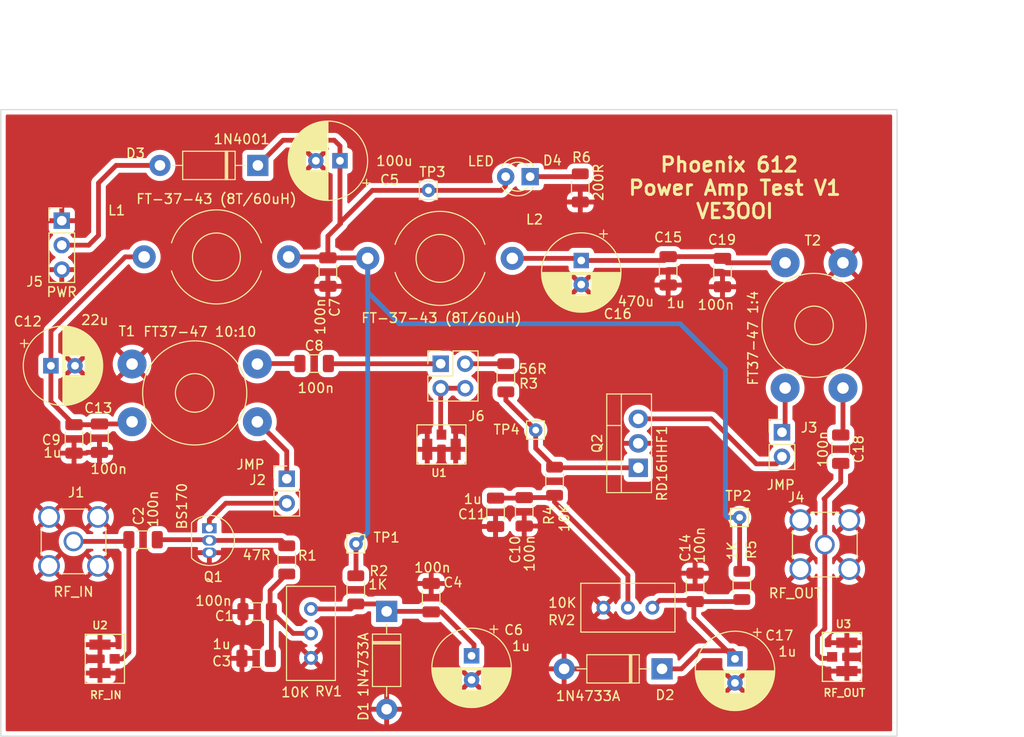
<source format=kicad_pcb>
(kicad_pcb (version 20211014) (generator pcbnew)
  (layers (0 "F.Cu" signal) (31 "B.Cu" signal) (34 "B.Paste" user) (35 "F.Paste" user) (36 "B.SilkS" user "B.Silkscreen") (37 "F.SilkS" user "F.Silkscreen") (38 "B.Mask" user) (39 "F.Mask" user) (44 "Edge.Cuts" user))
  (net 0 "")
  (net 1 "Net-(C1-Pad1)")
  (net 2 "GND")
  (net 3 "Net-(C2-Pad1)")
  (net 4 "Net-(C2-Pad2)")
  (net 5 "Net-(C4-Pad1)")
  (net 6 "TX12V")
  (net 7 "Net-(C8-Pad1)")
  (net 8 "Net-(C8-Pad2)")
  (net 9 "M1_12V")
  (net 10 "Net-(C10-Pad1)")
  (net 11 "Net-(C14-Pad1)")
  (net 12 "M2_12V")
  (net 13 "Net-(C18-Pad1)")
  (net 14 "Net-(C18-Pad2)")
  (net 15 "Net-(D3-Pad2)")
  (net 16 "Net-(J2-Pad1)")
  (net 17 "Net-(J2-Pad2)")
  (net 18 "Net-(J3-Pad1)")
  (net 19 "Net-(J3-Pad2)")
  (net 20 "Net-(Q2-Pad1)")
  (net 21 "Net-(D4-Pad1)")
  (net 22 "Net-(J6-Pad2)")
  (net 23 "Net-(J6-Pad3)")
  (footprint "Resistor_SMD:R_1206_3216Metric" (layer "F.Cu") (at 130.0099 92.6973 -90)
    (fp_text reference "R5" (at -3.7084 -0.9652 90) (layer "F.SilkS"))
    (fp_text value "1K" (at -3.6068 0.9906 90) (layer "F.SilkS"))
    (pad "1" smd roundrect (at -1.4625 0 270) (size 1.125 1.75) (layers "F.Cu" "F.Paste" "F.Mask") (roundrect_rratio 0.2222222222) (net 6 "TX12V"))
    (pad "2" smd roundrect (at 1.4625 0 270) (size 1.125 1.75) (layers "F.Cu" "F.Paste" "F.Mask") (roundrect_rratio 0.2222222222) (net 11 "Net-(C14-Pad1)"))
  )
  (footprint "Connector_Coaxial:SMA_Amphenol_901-144_Vertical" (layer "F.Cu") (at 138.6205 88.4555)
    (fp_text reference "J4" (at -2.9718 -4.9022) (layer "F.SilkS"))
    (fp_text value "RF_OUT" (at -3.0734 5.0546) (layer "F.SilkS"))
    (pad "1" thru_hole circle (at 0 0) (size 2.05 2.05) (drill 1.5) (layers *.Cu *.Mask) (net 14 "Net-(C18-Pad2)"))
    (pad "2" thru_hole circle (at 2.54 -2.54) (size 2.25 2.25) (drill 1.7) (layers *.Cu *.Mask) (net 2 "GND"))
    (pad "2" thru_hole circle (at -2.54 -2.54) (size 2.25 2.25) (drill 1.7) (layers *.Cu *.Mask) (net 2 "GND"))
    (pad "2" thru_hole circle (at 2.54 2.54) (size 2.25 2.25) (drill 1.7) (layers *.Cu *.Mask) (net 2 "GND"))
    (pad "2" thru_hole circle (at -2.54 2.54) (size 2.25 2.25) (drill 1.7) (layers *.Cu *.Mask) (net 2 "GND"))
  )
  (footprint "Capacitor_SMD:C_1206_3216Metric" (layer "F.Cu") (at 87.0585 60.1599 -90)
    (fp_text reference "C7" (at 3.683 -0.7112 90) (layer "F.SilkS"))
    (fp_text value "100n" (at 4.6228 0.7874 90) (layer "F.SilkS"))
    (pad "1" smd roundrect (at -1.475 0 270) (size 1.15 1.8) (layers "F.Cu" "F.Paste" "F.Mask") (roundrect_rratio 0.2173913043) (net 6 "TX12V"))
    (pad "2" smd roundrect (at 1.475 0 270) (size 1.15 1.8) (layers "F.Cu" "F.Paste" "F.Mask") (roundrect_rratio 0.2173913043) (net 2 "GND"))
  )
  (footprint "Inductor_THT:L_Toroid_Horizontal_D9.5mm_P15.00mm_Diameter10-5mm_Amidon-T37" (layer "F.Cu") (at 91.1917 58.7375)
    (fp_text reference "L2" (at 17.3044 -4.0386) (layer "F.SilkS"))
    (fp_text value "FT-37-43 (8T/60uH)" (at 7.6524 6.1976) (layer "F.SilkS"))
    (pad "1" thru_hole circle (at 0 0) (size 2.4 2.4) (drill 1.2) (layers *.Cu *.Mask) (net 6 "TX12V"))
    (pad "2" thru_hole circle (at 15 0) (size 2.4 2.4) (drill 1.2) (layers *.Cu *.Mask) (net 12 "M2_12V"))
  )
  (footprint "Custom_RF:U.FL-R-SMT" (layer "F.Cu") (at 63.4111 100.3173 90)
    (fp_text reference "U2" (at 3.4798 0) (layer "F.SilkS") (effects (font (size 0.787402 0.787402))))
    (fp_text value "RF_IN" (at -3.7592 0.6096) (layer "F.SilkS") (effects (font (size 0.787402 0.787402))))
    (pad "1" smd rect (at 0 1.525 90) (size 1 1.05) (layers "F.Cu" "F.Paste" "F.Mask") (net 3 "Net-(C2-Pad1)"))
    (pad "2" smd rect (at 1.475 0 90) (size 1.05 2.2) (layers "F.Cu" "F.Paste" "F.Mask") (net 2 "GND"))
    (pad "3" smd rect (at -1.475 0 90) (size 1.05 2.2) (layers "F.Cu" "F.Paste" "F.Mask") (net 2 "GND"))
  )
  (footprint "Diode_THT:D_DO-41_SOD81_P10.16mm_Horizontal" (layer "F.Cu") (at 93.1545 95.3897 -90)
    (fp_text reference "D1" (at 10.3886 2.413 90) (layer "F.SilkS"))
    (fp_text value "1N4733A" (at 5.5372 2.413 90) (layer "F.SilkS"))
    (pad "1" thru_hole rect (at 0 0 270) (size 2.2 2.2) (drill 1.1) (layers *.Cu *.Mask) (net 5 "Net-(C4-Pad1)"))
    (pad "2" thru_hole oval (at 10.16 0 270) (size 2.2 2.2) (drill 1.1) (layers *.Cu *.Mask) (net 2 "GND"))
  )
  (footprint "Custom_RF:U.FL-R-SMT" (layer "F.Cu") (at 140.9065 100.1141 -90)
    (fp_text reference "U3" (at -3.4036 0.3556) (layer "F.SilkS") (effects (font (size 0.787402 0.787402))))
    (fp_text value "RF_OUT" (at 3.7338 0.254) (layer "F.SilkS") (effects (font (size 0.787402 0.787402))))
    (pad "1" smd rect (at 0 1.525 270) (size 1 1.05) (layers "F.Cu" "F.Paste" "F.Mask") (net 14 "Net-(C18-Pad2)"))
    (pad "2" smd rect (at 1.475 0 270) (size 1.05 2.2) (layers "F.Cu" "F.Paste" "F.Mask") (net 2 "GND"))
    (pad "3" smd rect (at -1.475 0 270) (size 1.05 2.2) (layers "F.Cu" "F.Paste" "F.Mask") (net 2 "GND"))
  )
  (footprint "Resistor_SMD:R_1206_3216Metric" (layer "F.Cu") (at 82.7913 90.045 90)
    (fp_text reference "R1" (at 0.4465 2.1336) (layer "F.SilkS"))
    (fp_text value "47R" (at 0.4973 -3.1242) (layer "F.SilkS"))
    (pad "1" smd roundrect (at -1.4625 0 90) (size 1.125 1.75) (layers "F.Cu" "F.Paste" "F.Mask") (roundrect_rratio 0.2222222222) (net 1 "Net-(C1-Pad1)"))
    (pad "2" smd roundrect (at 1.4625 0 90) (size 1.125 1.75) (layers "F.Cu" "F.Paste" "F.Mask") (roundrect_rratio 0.2222222222) (net 4 "Net-(C2-Pad2)"))
  )
  (footprint "Resistor_SMD:R_1206_3216Metric" (layer "F.Cu") (at 89.9541 93.1545 -90)
    (fp_text reference "R2" (at -1.9558 -2.3876) (layer "F.SilkS"))
    (fp_text value "1K" (at -0.5588 -2.286) (layer "F.SilkS"))
    (pad "1" smd roundrect (at -1.4625 0 270) (size 1.125 1.75) (layers "F.Cu" "F.Paste" "F.Mask") (roundrect_rratio 0.2222222222) (net 6 "TX12V"))
    (pad "2" smd roundrect (at 1.4625 0 270) (size 1.125 1.75) (layers "F.Cu" "F.Paste" "F.Mask") (roundrect_rratio 0.2222222222) (net 5 "Net-(C4-Pad1)"))
  )
  (footprint "Package_TO_SOT_THT:TO-92_Inline" (layer "F.Cu") (at 74.7605 86.7537 -90)
    (fp_text reference "Q1" (at 5.0546 -0.4108) (layer "F.SilkS"))
    (fp_text value "BS170" (at -2.286 2.8404 90) (layer "F.SilkS"))
    (pad "1" thru_hole rect (at 0 0 270) (size 1.05 1.5) (drill 0.75) (layers *.Cu *.Mask) (net 17 "Net-(J2-Pad2)"))
    (pad "2" thru_hole oval (at 1.27 0 270) (size 1.05 1.5) (drill 0.75) (layers *.Cu *.Mask) (net 4 "Net-(C2-Pad2)"))
    (pad "3" thru_hole oval (at 2.54 0 270) (size 1.05 1.5) (drill 0.75) (layers *.Cu *.Mask) (net 2 "GND"))
  )
  (footprint "Capacitor_THT:CP_Radial_D8.0mm_P2.50mm" (layer "F.Cu") (at 129.2987 100.3173 -90)
    (fp_text reference "C17" (at -2.428749 -4.5974) (layer "F.SilkS"))
    (fp_text value "1u" (at -0.752349 -5.4356) (layer "F.SilkS"))
    (pad "1" thru_hole rect (at 0 0 270) (size 1.6 1.6) (drill 0.8) (layers *.Cu *.Mask) (net 11 "Net-(C14-Pad1)"))
    (pad "2" thru_hole circle (at 2.5 0 270) (size 1.6 1.6) (drill 0.8) (layers *.Cu *.Mask) (net 2 "GND"))
  )
  (footprint "Connector_Coaxial:SMA_Amphenol_901-144_Vertical" (layer "F.Cu") (at 60.6679 88.1253)
    (fp_text reference "J1" (at 0.2794 -5.08) (layer "F.SilkS"))
    (fp_text value "RF_IN" (at 0 5.2324) (layer "F.SilkS"))
    (pad "1" thru_hole circle (at 0 0) (size 2.05 2.05) (drill 1.5) (layers *.Cu *.Mask) (net 3 "Net-(C2-Pad1)"))
    (pad "2" thru_hole circle (at -2.54 -2.54) (size 2.25 2.25) (drill 1.7) (layers *.Cu *.Mask) (net 2 "GND"))
    (pad "2" thru_hole circle (at 2.54 2.54) (size 2.25 2.25) (drill 1.7) (layers *.Cu *.Mask) (net 2 "GND"))
    (pad "2" thru_hole circle (at -2.54 2.54) (size 2.25 2.25) (drill 1.7) (layers *.Cu *.Mask) (net 2 "GND"))
    (pad "2" thru_hole circle (at 2.54 -2.54) (size 2.25 2.25) (drill 1.7) (layers *.Cu *.Mask) (net 2 "GND"))
  )
  (footprint "Capacitor_SMD:C_1206_3216Metric" (layer "F.Cu") (at 85.6361 69.6595)
    (fp_text reference "C8" (at 0 -1.85) (layer "F.SilkS"))
    (fp_text value "100n" (at 0.1778 2.54) (layer "F.SilkS"))
    (pad "1" smd roundrect (at -1.475 0) (size 1.15 1.8) (layers "F.Cu" "F.Paste" "F.Mask") (roundrect_rratio 0.2173913043) (net 7 "Net-(C8-Pad1)"))
    (pad "2" smd roundrect (at 1.475 0) (size 1.15 1.8) (layers "F.Cu" "F.Paste" "F.Mask") (roundrect_rratio 0.2173913043) (net 8 "Net-(C8-Pad2)"))
  )
  (footprint "Capacitor_SMD:C_1206_3216Metric" (layer "F.Cu") (at 63.3603 77.4065 -90)
    (fp_text reference "C13" (at -3.1242 0.127) (layer "F.SilkS"))
    (fp_text value "100n" (at 3.2004 -0.9652) (layer "F.SilkS"))
    (pad "1" smd roundrect (at -1.475 0 270) (size 1.15 1.8) (layers "F.Cu" "F.Paste" "F.Mask") (roundrect_rratio 0.2173913043) (net 9 "M1_12V"))
    (pad "2" smd roundrect (at 1.475 0 270) (size 1.15 1.8) (layers "F.Cu" "F.Paste" "F.Mask") (roundrect_rratio 0.2173913043) (net 2 "GND"))
  )
  (footprint "Inductor_THT:L_Toroid_Horizontal_D9.5mm_P15.00mm_Diameter10-5mm_Amidon-T37" (layer "F.Cu") (at 82.9945 58.5851 180)
    (fp_text reference "L1" (at 17.8562 4.826) (layer "F.SilkS"))
    (fp_text value "FT-37-43 (8T/60uH)" (at 7.5 6.0125) (layer "F.SilkS"))
    (pad "1" thru_hole circle (at 0 0 180) (size 2.4 2.4) (drill 1.2) (layers *.Cu *.Mask) (net 6 "TX12V"))
    (pad "2" thru_hole circle (at 15 0 180) (size 2.4 2.4) (drill 1.2) (layers *.Cu *.Mask) (net 9 "M1_12V"))
  )
  (footprint "Capacitor_SMD:C_1206_3216Metric" (layer "F.Cu") (at 140.2715 78.5495 -90)
    (fp_text reference "C18" (at 0 -1.85 90) (layer "F.SilkS"))
    (fp_text value "100n" (at 0 1.85 90) (layer "F.SilkS"))
    (pad "1" smd roundrect (at -1.475 0 270) (size 1.15 1.8) (layers "F.Cu" "F.Paste" "F.Mask") (roundrect_rratio 0.2173913043) (net 13 "Net-(C18-Pad1)"))
    (pad "2" smd roundrect (at 1.475 0 270) (size 1.15 1.8) (layers "F.Cu" "F.Paste" "F.Mask") (roundrect_rratio 0.2173913043) (net 14 "Net-(C18-Pad2)"))
  )
  (footprint "LED_THT:LED_D3.0mm" (layer "F.Cu") (at 108.0439 50.2539 180)
    (fp_text reference "D4" (at -2.3064 1.6764) (layer "F.SilkS"))
    (fp_text value "LED" (at 5.1104 1.6002) (layer "F.SilkS"))
    (pad "1" thru_hole rect (at 0 0 180) (size 1.8 1.8) (drill 0.9) (layers *.Cu *.Mask) (net 21 "Net-(D4-Pad1)"))
    (pad "2" thru_hole circle (at 2.54 0 180) (size 1.8 1.8) (drill 0.9) (layers *.Cu *.Mask) (net 6 "TX12V"))
  )
  (footprint "Capacitor_SMD:C_1206_3216Metric" (layer "F.Cu") (at 67.8833 87.9475)
    (fp_text reference "C2" (at -0.459 -2.4638 90) (layer "F.SilkS"))
    (fp_text value "100n" (at 1.0396 -3.2004 90) (layer "F.SilkS"))
    (pad "1" smd roundrect (at -1.475 0) (size 1.15 1.8) (layers "F.Cu" "F.Paste" "F.Mask") (roundrect_rratio 0.2173913043) (net 3 "Net-(C2-Pad1)"))
    (pad "2" smd roundrect (at 1.475 0) (size 1.15 1.8) (layers "F.Cu" "F.Paste" "F.Mask") (roundrect_rratio 0.2173913043) (net 4 "Net-(C2-Pad2)"))
  )
  (footprint "Connector_Pin:Pin_D0.7mm_L6.5mm_W1.8mm_FlatFork" (layer "F.Cu") (at 89.9795 88.3793)
    (fp_text reference "TP1" (at 3.175 -0.6604) (layer "F.SilkS"))
    (fp_text value "TestPoint" hide)
    (pad "1" thru_hole circle (at 0 0) (size 1.4 1.4) (drill 0.7) (layers *.Cu *.Mask) (net 6 "TX12V"))
  )
  (footprint "Capacitor_THT:CP_Radial_D8.0mm_P2.50mm" (layer "F.Cu") (at 101.9683 100.002849 -90)
    (fp_text reference "C6" (at -2.682749 -4.3688) (layer "F.SilkS"))
    (fp_text value "1u" (at -1.006349 -5.1308) (layer "F.SilkS"))
    (pad "1" thru_hole rect (at 0 0 270) (size 1.6 1.6) (drill 0.8) (layers *.Cu *.Mask) (net 5 "Net-(C4-Pad1)"))
    (pad "2" thru_hole circle (at 2.5 0 270) (size 1.6 1.6) (drill 0.8) (layers *.Cu *.Mask) (net 2 "GND"))
  )
  (footprint "Capacitor_SMD:C_1206_3216Metric" (layer "F.Cu") (at 97.7773 93.9673 90)
    (fp_text reference "C4" (at 1.5748 2.2606) (layer "F.SilkS"))
    (fp_text value "100n" (at 3.1242 0.127) (layer "F.SilkS"))
    (pad "1" smd roundrect (at -1.475 0 90) (size 1.15 1.8) (layers "F.Cu" "F.Paste" "F.Mask") (roundrect_rratio 0.2173913043) (net 5 "Net-(C4-Pad1)"))
    (pad "2" smd roundrect (at 1.475 0 90) (size 1.15 1.8) (layers "F.Cu" "F.Paste" "F.Mask") (roundrect_rratio 0.2173913043) (net 2 "GND"))
  )
  (footprint "Capacitor_SMD:C_1206_3216Metric" (layer "F.Cu") (at 128.0033 60.2107 -90)
    (fp_text reference "C19" (at -3.4036 0.0508) (layer "F.SilkS"))
    (fp_text value "100n" (at 3.3528 0.6858) (layer "F.SilkS"))
    (pad "1" smd roundrect (at -1.475 0 270) (size 1.15 1.8) (layers "F.Cu" "F.Paste" "F.Mask") (roundrect_rratio 0.2173913043) (net 12 "M2_12V"))
    (pad "2" smd roundrect (at 1.475 0 270) (size 1.15 1.8) (layers "F.Cu" "F.Paste" "F.Mask") (roundrect_rratio 0.2173913043) (net 2 "GND"))
  )
  (footprint "Custom_RF:TO-220-3" (layer "F.Cu") (at 119.2657 80.4799 90)
    (fp_text reference "Q2" (at 2.54 -4.27 90) (layer "F.SilkS"))
    (fp_text value "RD16HHF1" (at 0.4318 2.4638 90) (layer "F.SilkS"))
    (pad "1" thru_hole rect (at 0 0 90) (size 1.905 2) (drill 1.1) (layers *.Cu *.Mask) (net 20 "Net-(Q2-Pad1)"))
    (pad "2" thru_hole oval (at 2.54 0 90) (size 1.905 2) (drill 1.1) (layers *.Cu *.Mask) (net 2 "GND"))
    (pad "3" thru_hole oval (at 5.08 0 90) (size 1.905 2) (drill 1.1) (layers *.Cu *.Mask) (net 19 "Net-(J3-Pad2)"))
  )
  (footprint "Potentiometer_THT:Potentiometer_Bourns_3296W_Vertical" (layer "F.Cu") (at 115.6489 95.0087 180)
    (fp_text reference "RV2" (at 4.3334 -1.2954) (layer "F.SilkS"))
    (fp_text value "10K" (at 4.2572 0.508) (layer "F.SilkS"))
    (pad "1" thru_hole circle (at 0 0 180) (size 1.44 1.44) (drill 0.8) (layers *.Cu *.Mask) (net 2 "GND"))
    (pad "2" thru_hole circle (at -2.54 0 180) (size 1.44 1.44) (drill 0.8) (layers *.Cu *.Mask) (net 10 "Net-(C10-Pad1)"))
    (pad "3" thru_hole circle (at -5.08 0 180) (size 1.44 1.44) (drill 0.8) (layers *.Cu *.Mask) (net 11 "Net-(C14-Pad1)"))
  )
  (footprint "Capacitor_SMD:C_1206_3216Metric" (layer "F.Cu") (at 60.7187 77.4845 -90)
    (fp_text reference "C9" (at 0.1016 2.3622) (layer "F.SilkS"))
    (fp_text value "1u" (at 1.4224 2.2352) (layer "F.SilkS"))
    (pad "1" smd roundrect (at -1.475 0 270) (size 1.15 1.8) (layers "F.Cu" "F.Paste" "F.Mask") (roundrect_rratio 0.2173913043) (net 9 "M1_12V"))
    (pad "2" smd roundrect (at 1.475 0 270) (size 1.15 1.8) (layers "F.Cu" "F.Paste" "F.Mask") (roundrect_rratio 0.2173913043) (net 2 "GND"))
  )
  (footprint "Capacitor_SMD:C_1206_3216Metric" (layer "F.Cu") (at 125.1585 92.8987 90)
    (fp_text reference "C14" (at 4.0876 -1.016 90) (layer "F.SilkS"))
    (fp_text value "100n" (at 4.3924 0.4826 90) (layer "F.SilkS"))
    (pad "1" smd roundrect (at -1.475 0 90) (size 1.15 1.8) (layers "F.Cu" "F.Paste" "F.Mask") (roundrect_rratio 0.2173913043) (net 11 "Net-(C14-Pad1)"))
    (pad "2" smd roundrect (at 1.475 0 90) (size 1.15 1.8) (layers "F.Cu" "F.Paste" "F.Mask") (roundrect_rratio 0.2173913043) (net 2 "GND"))
  )
  (footprint "Capacitor_SMD:C_1206_3216Metric" (layer "F.Cu") (at 122.3645 60.0329 -90)
    (fp_text reference "C15" (at -3.4798 0) (layer "F.SilkS"))
    (fp_text value "1u" (at 3.3528 -0.7874) (layer "F.SilkS"))
    (pad "1" smd roundrect (at -1.475 0 270) (size 1.15 1.8) (layers "F.Cu" "F.Paste" "F.Mask") (roundrect_rratio 0.2173913043) (net 12 "M2_12V"))
    (pad "2" smd roundrect (at 1.475 0 270) (size 1.15 1.8) (layers "F.Cu" "F.Paste" "F.Mask") (roundrect_rratio 0.2173913043) (net 2 "GND"))
  )
  (footprint "Connector_PinHeader_2.54mm:PinHeader_1x03_P2.54mm_Vertical" (layer "F.Cu") (at 59.4487 54.8259)
    (fp_text reference "J5" (at -2.8194 6.335) (layer "F.SilkS"))
    (fp_text value "PWR" (at 0 7.41) (layer "F.SilkS"))
    (pad "1" thru_hole rect (at 0 0) (size 1.7 1.7) (drill 1) (layers *.Cu *.Mask) (net 2 "GND"))
    (pad "2" thru_hole oval (at 0 2.54) (size 1.7 1.7) (drill 1) (layers *.Cu *.Mask) (net 15 "Net-(D3-Pad2)"))
    (pad "3" thru_hole oval (at 0 5.08) (size 1.7 1.7) (drill 1) (layers *.Cu *.Mask) (net 2 "GND"))
  )
  (footprint "Connector_Pin:Pin_D0.7mm_L6.5mm_W1.8mm_FlatFork" (layer "F.Cu") (at 108.6231 76.5683)
    (fp_text reference "TP4" (at -3.0226 -0.0508) (layer "F.SilkS"))
    (fp_text value "TestPoint" hide)
    (pad "1" thru_hole circle (at 0 0) (size 1.4 1.4) (drill 0.7) (layers *.Cu *.Mask) (net 20 "Net-(Q2-Pad1)"))
  )
  (footprint "Resistor_SMD:R_1206_3216Metric" (layer "F.Cu") (at 105.5243 71.1327 90)
    (fp_text reference "R3" (at -0.6096 2.3622) (layer "F.SilkS"))
    (fp_text value "56R" (at 0.9144 2.794) (layer "F.SilkS"))
    (pad "1" smd roundrect (at -1.4625 0 90) (size 1.125 1.75) (layers "F.Cu" "F.Paste" "F.Mask") (roundrect_rratio 0.2222222222) (net 20 "Net-(Q2-Pad1)"))
    (pad "2" smd roundrect (at 1.4625 0 90) (size 1.125 1.75) (layers "F.Cu" "F.Paste" "F.Mask") (roundrect_rratio 0.2222222222) (net 22 "Net-(J6-Pad2)"))
  )
  (footprint "Connector_PinHeader_2.54mm:PinHeader_2x02_P2.54mm_Vertical" (layer "F.Cu") (at 98.7629 69.6799)
    (fp_text reference "J6" (at 3.7134 5.4406) (layer "F.SilkS"))
    (fp_text value "JMP" hide)
    (pad "1" thru_hole rect (at 0 0) (size 1.7 1.7) (drill 1) (layers *.Cu *.Mask) (net 8 "Net-(C8-Pad2)"))
    (pad "2" thru_hole oval (at 2.54 0) (size 1.7 1.7) (drill 1) (layers *.Cu *.Mask) (net 22 "Net-(J6-Pad2)"))
    (pad "3" thru_hole oval (at 0 2.54) (size 1.7 1.7) (drill 1) (layers *.Cu *.Mask) (net 23 "Net-(J6-Pad3)"))
    (pad "4" thru_hole oval (at 2.54 2.54) (size 1.7 1.7) (drill 1) (layers *.Cu *.Mask) (net 23 "Net-(J6-Pad3)"))
  )
  (footprint "Capacitor_SMD:C_1206_3216Metric" (layer "F.Cu") (at 107.4293 85.0519 -90)
    (fp_text reference "C10" (at 3.937 0.9398 90) (layer "F.SilkS"))
    (fp_text value "100n" (at 4.3434 -0.5588 90) (layer "F.SilkS"))
    (pad "1" smd roundrect (at -1.475 0 270) (size 1.15 1.8) (layers "F.Cu" "F.Paste" "F.Mask") (roundrect_rratio 0.2173913043) (net 10 "Net-(C10-Pad1)"))
    (pad "2" smd roundrect (at 1.475 0 270) (size 1.15 1.8) (layers "F.Cu" "F.Paste" "F.Mask") (roundrect_rratio 0.2173913043) (net 2 "GND"))
  )
  (footprint "Connector_Pin:Pin_D0.7mm_L6.5mm_W1.8mm_FlatFork" (layer "F.Cu") (at 129.7813 85.6361)
    (fp_text reference "TP2" (at -0.127 -2.2352) (layer "F.SilkS"))
    (fp_text value "TestPoint" hide)
    (pad "1" thru_hole circle (at 0 0) (size 1.4 1.4) (drill 0.7) (layers *.Cu *.Mask) (net 6 "TX12V"))
  )
  (footprint "Diode_THT:D_DO-41_SOD81_P10.16mm_Horizontal" (layer "F.Cu") (at 121.7295 101.3587 180)
    (fp_text reference "D2" (at -0.3048 -2.7178) (layer "F.SilkS"))
    (fp_text value "1N4733A" (at 7.6708 -2.8194) (layer "F.SilkS"))
    (pad "1" thru_hole rect (at 0 0 180) (size 2.2 2.2) (drill 1.1) (layers *.Cu *.Mask) (net 11 "Net-(C14-Pad1)"))
    (pad "2" thru_hole oval (at 10.16 0 180) (size 2.2 2.2) (drill 1.1) (layers *.Cu *.Mask) (net 2 "GND"))
  )
  (footprint "Connector_PinHeader_2.54mm:PinHeader_1x02_P2.54mm_Vertical" (layer "F.Cu") (at 134.1755 76.7919)
    (fp_text reference "J3" (at 2.8194 -0.4776) (layer "F.SilkS"))
    (fp_text value "JMP" (at -0.127 5.466) (layer "F.SilkS"))
    (pad "1" thru_hole rect (at 0 0) (size 1.7 1.7) (drill 1) (layers *.Cu *.Mask) (net 18 "Net-(J3-Pad1)"))
    (pad "2" thru_hole oval (at 0 2.54) (size 1.7 1.7) (drill 1) (layers *.Cu *.Mask) (net 19 "Net-(J3-Pad2)"))
  )
  (footprint "Potentiometer_THT:Potentiometer_Bourns_3296W_Vertical" (layer "F.Cu") (at 85.3059 100.2157 -90)
    (fp_text reference "RV1" (at 3.4798 -1.8288) (layer "F.SilkS"))
    (fp_text value "10K" (at 3.5814 1.6256) (layer "F.SilkS"))
    (pad "1" thru_hole circle (at 0 0 270) (size 1.44 1.44) (drill 0.8) (layers *.Cu *.Mask) (net 2 "GND"))
    (pad "2" thru_hole circle (at -2.54 0 270) (size 1.44 1.44) (drill 0.8) (layers *.Cu *.Mask) (net 1 "Net-(C1-Pad1)"))
    (pad "3" thru_hole circle (at -5.08 0 270) (size 1.44 1.44) (drill 0.8) (layers *.Cu *.Mask) (net 5 "Net-(C4-Pad1)"))
  )
  (footprint "Resistor_SMD:R_1206_3216Metric" (layer "F.Cu") (at 113.2459 51.4223 -90)
    (fp_text reference "R6" (at -3.175 -0.127) (layer "F.SilkS"))
    (fp_text value "200R" (at -0.5842 -1.8796 90) (layer "F.SilkS"))
    (pad "1" smd roundrect (at -1.4625 0 270) (size 1.125 1.75) (layers "F.Cu" "F.Paste" "F.Mask") (roundrect_rratio 0.2222222222) (net 21 "Net-(D4-Pad1)"))
    (pad "2" smd roundrect (at 1.4625 0 270) (size 1.125 1.75) (layers "F.Cu" "F.Paste" "F.Mask") (roundrect_rratio 0.2222222222) (net 2 "GND"))
  )
  (footprint "Capacitor_SMD:C_1206_3216Metric" (layer "F.Cu") (at 104.4575 85.1027 -90)
    (fp_text reference "C11" (at 0.2032 2.4384) (layer "F.SilkS"))
    (fp_text value "1u" (at -1.3716 2.3622) (layer "F.SilkS"))
    (pad "1" smd roundrect (at -1.475 0 270) (size 1.15 1.8) (layers "F.Cu" "F.Paste" "F.Mask") (roundrect_rratio 0.2173913043) (net 10 "Net-(C10-Pad1)"))
    (pad "2" smd roundrect (at 1.475 0 270) (size 1.15 1.8) (layers "F.Cu" "F.Paste" "F.Mask") (roundrect_rratio 0.2173913043) (net 2 "GND"))
  )
  (footprint "Capacitor_SMD:C_1206_3216Metric" (layer "F.Cu") (at 79.7197 95.4151 180)
    (fp_text reference "C1" (at 3.4054 -0.4572) (layer "F.SilkS"))
    (fp_text value "100n" (at 4.523 1.1176) (layer "F.SilkS"))
    (pad "1" smd roundrect (at -1.475 0 180) (size 1.15 1.8) (layers "F.Cu" "F.Paste" "F.Mask") (roundrect_rratio 0.2173913043) (net 1 "Net-(C1-Pad1)"))
    (pad "2" smd roundrect (at 1.475 0 180) (size 1.15 1.8) (layers "F.Cu" "F.Paste" "F.Mask") (roundrect_rratio 0.2173913043) (net 2 "GND"))
  )
  (footprint "Resistor_SMD:R_1206_3216Metric" (layer "F.Cu") (at 110.5789 81.8769 90)
    (fp_text reference "R4" (at -3.556 -0.5842 90) (layer "F.SilkS"))
    (fp_text value "10K" (at -3.81 1.016 90) (layer "F.SilkS"))
    (pad "1" smd roundrect (at -1.4625 0 90) (size 1.125 1.75) (layers "F.Cu" "F.Paste" "F.Mask") (roundrect_rratio 0.2222222222) (net 10 "Net-(C10-Pad1)"))
    (pad "2" smd roundrect (at 1.4625 0 90) (size 1.125 1.75) (layers "F.Cu" "F.Paste" "F.Mask") (roundrect_rratio 0.2222222222) (net 20 "Net-(Q2-Pad1)"))
  )
  (footprint "Diode_THT:D_DO-41_SOD81_P10.16mm_Horizontal" (layer "F.Cu") (at 79.7941 49.0855 180)
    (fp_text reference "D3" (at 12.7 1.2446) (layer "F.SilkS"))
    (fp_text value "1N4001" (at 1.6764 2.7178) (layer "F.SilkS"))
    (pad "1" thru_hole rect (at 0 0 180) (size 2.2 2.2) (drill 1.1) (layers *.Cu *.Mask) (net 6 "TX12V"))
    (pad "2" thru_hole oval (at 10.16 0 180) (size 2.2 2.2) (drill 1.1) (layers *.Cu *.Mask) (net 15 "Net-(D3-Pad2)"))
  )
  (footprint "Connector_Pin:Pin_D0.7mm_L6.5mm_W1.8mm_FlatFork" (layer "F.Cu") (at 97.4979 51.6763)
    (fp_text reference "TP3" (at 0.4064 -1.905) (layer "F.SilkS"))
    (fp_text value "TestPoint" hide)
    (pad "1" thru_hole circle (at 0 0) (size 1.4 1.4) (drill 0.7) (layers *.Cu *.Mask) (net 6 "TX12V"))
  )
  (footprint "Transformer_THT:Transformer_Toroid_Horizontal_D10.5mm_Amidon-T37" (layer "F.Cu") (at 134.5029 59.1971 -90)
    (fp_text reference "T2" (at -2.3138 -2.873) (layer "F.SilkS"))
    (fp_text value "FT37-47 1:4" (at 7.8208 3.3246 90) (layer "F.SilkS"))
    (pad "1" thru_hole circle (at 0 0 270) (size 3 3) (drill 1.2) (layers *.Cu *.Mask) (net 12 "M2_12V"))
    (pad "2" thru_hole circle (at 13 0 270) (size 3 3) (drill 1.2) (layers *.Cu *.Mask) (net 18 "Net-(J3-Pad1)"))
    (pad "3" thru_hole circle (at 0 -6 270) (size 3 3) (drill 1.2) (layers *.Cu *.Mask) (net 2 "GND"))
    (pad "4" thru_hole circle (at 13 -6 270) (size 3 3) (drill 1.2) (layers *.Cu *.Mask) (net 13 "Net-(C18-Pad1)"))
  )
  (footprint "Transformer_THT:Transformer_Toroid_Horizontal_D10.5mm_Amidon-T37" (layer "F.Cu") (at 66.7409 75.7075)
    (fp_text reference "T1" (at -0.5358 -9.4008) (layer "F.SilkS"))
    (fp_text value "FT37-47 10:10" (at 7.0334 -9.35) (layer "F.SilkS"))
    (pad "1" thru_hole circle (at 0 0) (size 3 3) (drill 1.2) (layers *.Cu *.Mask) (net 9 "M1_12V"))
    (pad "2" thru_hole circle (at 13 0) (size 3 3) (drill 1.2) (layers *.Cu *.Mask) (net 16 "Net-(J2-Pad1)"))
    (pad "3" thru_hole circle (at 0 -6) (size 3 3) (drill 1.2) (layers *.Cu *.Mask) (net 2 "GND"))
    (pad "4" thru_hole circle (at 13 -6) (size 3 3) (drill 1.2) (layers *.Cu *.Mask) (net 7 "Net-(C8-Pad1)"))
  )
  (footprint "Capacitor_THT:CP_Radial_D8.0mm_P2.50mm" (layer "F.Cu") (at 88.312751 48.6029 180)
    (fp_text reference "C5" (at -5.146549 -1.9812) (layer "F.SilkS"))
    (fp_text value "100u" (at -5.654549 -0.0254) (layer "F.SilkS"))
    (pad "1" thru_hole rect (at 0 0 180) (size 1.6 1.6) (drill 0.8) (layers *.Cu *.Mask) (net 6 "TX12V"))
    (pad "2" thru_hole circle (at 2.5 0 180) (size 1.6 1.6) (drill 0.8) (layers *.Cu *.Mask) (net 2 "GND"))
  )
  (footprint "Connector_PinHeader_2.54mm:PinHeader_1x02_P2.54mm_Vertical" (layer "F.Cu") (at 82.7913 81.6179)
    (fp_text reference "J2" (at -3.0226 0.132) (layer "F.SilkS"))
    (fp_text value "JMP" (at -3.7592 -1.4682) (layer "F.SilkS"))
    (pad "1" thru_hole rect (at 0 0) (size 1.7 1.7) (drill 1) (layers *.Cu *.Mask) (net 16 "Net-(J2-Pad1)"))
    (pad "2" thru_hole oval (at 0 2.54) (size 1.7 1.7) (drill 1) (layers *.Cu *.Mask) (net 17 "Net-(J2-Pad2)"))
  )
  (footprint "Capacitor_THT:CP_Radial_D8.0mm_P2.50mm" (layer "F.Cu") (at 58.321449 69.8881)
    (fp_text reference "C12" (at -2.403349 -4.5974) (layer "F.SilkS"))
    (fp_text value "22u" (at 4.556251 -4.7498) (layer "F.SilkS"))
    (pad "1" thru_hole rect (at 0 0) (size 1.6 1.6) (drill 0.8) (layers *.Cu *.Mask) (net 9 "M1_12V"))
    (pad "2" thru_hole circle (at 2.5 0) (size 1.6 1.6) (drill 0.8) (layers *.Cu *.Mask) (net 2 "GND"))
  )
  (footprint "Custom_RF:U.FL-R-SMT" (layer "F.Cu") (at 98.8441 78.56255 180)
    (fp_text reference "U1" (at 0.254 -2.45075) (layer "F.SilkS") (effects (font (size 0.787402 0.787402))))
    (fp_text value "U.FL-R-SMT" hide)
    (pad "1" smd rect (at 0 1.525 180) (size 1 1.05) (layers "F.Cu" "F.Paste" "F.Mask") (net 23 "Net-(J6-Pad3)"))
    (pad "2" smd rect (at 1.475 0 180) (size 1.05 2.2) (layers "F.Cu" "F.Paste" "F.Mask") (net 2 "GND"))
    (pad "3" smd rect (at -1.475 0 180) (size 1.05 2.2) (layers "F.Cu" "F.Paste" "F.Mask") (net 2 "GND"))
  )
  (footprint "Capacitor_THT:CP_Radial_D8.0mm_P2.50mm" (layer "F.Cu") (at 113.3475 58.956449 -90)
    (fp_text reference "C16" (at 5.546851 -3.7846) (layer "F.SilkS"))
    (fp_text value "470u" (at 4.251451 -5.6642) (layer "F.SilkS"))
    (pad "1" thru_hole rect (at 0 0 270) (size 1.6 1.6) (drill 0.8) (layers *.Cu *.Mask) (net 12 "M2_12V"))
    (pad "2" thru_hole circle (at 2.5 0 270) (size 1.6 1.6) (drill 0.8) (layers *.Cu *.Mask) (net 2 "GND"))
  )
  (footprint "Capacitor_SMD:C_1206_3216Metric" (layer "F.Cu") (at 79.6163 100.2665 180)
    (fp_text reference "C3" (at 3.5814 -0.3048) (layer "F.SilkS"))
    (fp_text value "1u" (at 3.5814 1.4732) (layer "F.SilkS"))
    (pad "1" smd roundrect (at -1.475 0 180) (size 1.15 1.8) (layers "F.Cu" "F.Paste" "F.Mask") (roundrect_rratio 0.2173913043) (net 1 "Net-(C1-Pad1)"))
    (pad "2" smd roundrect (at 1.475 0 180) (size 1.15 1.8) (layers "F.Cu" "F.Paste" "F.Mask") (roundrect_rratio 0.2173913043) (net 2 "GND"))
  )
  (gr_rect (start 146.1135 108.3437) (end 53.1241 43.2943) (layer "Edge.Cuts") (width 0.1) (fill none))
  (gr_text "Phoenix 612 \nPower Amp Test V1\nVE3OOI" (at 129.2733 51.4223) (layer "F.SilkS") (effects (font (size 1.5 1.5) (thickness 0.3))))
  (segment (start 81.1947 100.1631) (end 81.0913 100.2665) (width 0.5) (layer "F.Cu") (net 1))
  (segment (start 83.4553 97.6757) (end 81.1947 95.4151) (width 0.5) (layer "F.Cu") (net 1))
  (segment (start 81.1947 95.4151) (end 81.1947 100.1631) (width 0.5) (layer "F.Cu") (net 1))
  (segment (start 81.0641 93.2347) (end 81.0641 95.2845) (width 0.5) (layer "F.Cu") (net 1))
  (segment (start 82.7913 91.5075) (end 81.0641 93.2347) (width 0.5) (layer "F.Cu") (net 1))
  (segment (start 81.0641 95.2845) (end 81.1947 95.4151) (width 0.5) (layer "F.Cu") (net 1))
  (segment (start 85.3059 97.6757) (end 83.4553 97.6757) (width 0.5) (layer "F.Cu") (net 1))
  (segment (start 66.4083 87.9475) (end 66.2305 88.1253) (width 0.5) (layer "F.Cu") (net 3))
  (segment (start 66.4083 99.6315) (end 66.4083 87.9475) (width 0.5) (layer "F.Cu") (net 3))
  (segment (start 66.2305 88.1253) (end 60.6679 88.1253) (width 0.5) (layer "F.Cu") (net 3))
  (segment (start 65.7225 100.3173) (end 66.4083 99.6315) (width 0.5) (layer "F.Cu") (net 3))
  (segment (start 64.9361 100.3173) (end 65.7225 100.3173) (width 0.5) (layer "F.Cu") (net 3))
  (segment (start 74.6843 87.9475) (end 74.7605 88.0237) (width 0.5) (layer "F.Cu") (net 4))
  (segment (start 69.3583 87.9475) (end 74.6843 87.9475) (width 0.5) (layer "F.Cu") (net 4))
  (segment (start 82.2325 88.0237) (end 82.7913 88.5825) (width 0.5) (layer "F.Cu") (net 4))
  (segment (start 74.7605 88.0237) (end 82.2325 88.0237) (width 0.5) (layer "F.Cu") (net 4))
  (segment (start 102.2223 98.8441) (end 102.2223 99.748849) (width 0.5) (layer "F.Cu") (net 5))
  (segment (start 85.3059 95.1357) (end 89.4354 95.1357) (width 0.5) (layer "F.Cu") (net 5))
  (segment (start 102.2223 99.748849) (end 101.9683 100.002849) (width 0.5) (layer "F.Cu") (net 5))
  (segment (start 89.9541 94.617) (end 92.3818 94.617) (width 0.5) (layer "F.Cu") (net 5))
  (segment (start 89.4354 95.1357) (end 89.9541 94.617) (width 0.5) (layer "F.Cu") (net 5))
  (segment (start 97.7773 95.4423) (end 98.8205 95.4423) (width 0.5) (layer "F.Cu") (net 5))
  (segment (start 92.3818 94.617) (end 93.1545 95.3897) (width 0.5) (layer "F.Cu") (net 5))
  (segment (start 97.7247 95.3897) (end 97.7773 95.4423) (width 0.5) (layer "F.Cu") (net 5))
  (segment (start 93.1545 95.3897) (end 97.7247 95.3897) (width 0.5) (layer "F.Cu") (net 5))
  (segment (start 98.8205 95.4423) (end 102.2223 98.8441) (width 0.5) (layer "F.Cu") (net 5))
  (segment (start 88.312751 55.038751) (end 88.312751 48.6029) (width 0.5) (layer "F.Cu") (net 6))
  (segment (start 87.0585 56.4261) (end 88.3793 55.1053) (width 0.5) (layer "F.Cu") (net 6))
  (segment (start 97.4979 51.6763) (end 91.675202 51.6763) (width 0.5) (layer "F.Cu") (net 6))
  (segment (start 105.5039 51.2141) (end 105.5039 50.2539) (width 0.5) (layer "F.Cu") (net 6))
  (segment (start 129.7813 91.0062) (end 130.0099 91.2348) (width 0.5) (layer "F.Cu") (net 6))
  (segment (start 82.9945 58.5851) (end 86.9587 58.5851) (width 0.5) (layer "F.Cu") (net 6))
  (segment (start 105.0417 51.6763) (end 105.5039 51.2141) (width 0.5) (layer "F.Cu") (net 6))
  (segment (start 97.4979 51.6763) (end 105.0417 51.6763) (width 0.5) (layer "F.Cu") (net 6))
  (segment (start 86.9587 58.5851) (end 87.0585 58.6849) (width 0.5) (layer "F.Cu") (net 6))
  (segment (start 79.7941 49.0855) (end 82.4103 46.4693) (width 0.5) (layer "F.Cu") (net 6))
  (segment (start 87.7189 46.4693) (end 88.312751 47.063151) (width 0.5) (layer "F.Cu") (net 6))
  (segment (start 91.1391 58.6849) (end 91.1917 58.7375) (width 0.5) (layer "F.Cu") (net 6))
  (segment (start 89.9795 88.3793) (end 89.9795 91.6666) (width 0.5) (layer "F.Cu") (net 6))
  (segment (start 129.7813 85.6361) (end 129.7813 91.0062) (width 0.5) (layer "F.Cu") (net 6))
  (segment (start 87.0585 58.6849) (end 91.1391 58.6849) (width 0.5) (layer "F.Cu") (net 6))
  (segment (start 82.4103 46.4693) (end 87.7189 46.4693) (width 0.5) (layer "F.Cu") (net 6))
  (segment (start 88.312751 47.063151) (end 88.312751 48.6029) (width 0.5) (layer "F.Cu") (net 6))
  (segment (start 87.0585 58.6849) (end 87.0585 56.4261) (width 0.5) (layer "F.Cu") (net 6))
  (segment (start 89.9795 91.6666) (end 89.9541 91.692) (width 0.5) (layer "F.Cu") (net 6))
  (segment (start 88.3793 55.1053) (end 88.312751 55.038751) (width 0.5) (layer "F.Cu") (net 6))
  (segment (start 91.675202 51.6763) (end 88.312751 55.038751) (width 0.5) (layer "F.Cu") (net 6))
  (segment (start 128.3081 85.4329) (end 128.5113 85.6361) (width 0.5) (layer "B.Cu") (net 6))
  (segment (start 128.3081 70.2183) (end 128.3081 85.4329) (width 0.5) (layer "B.Cu") (net 6))
  (segment (start 128.5113 85.6361) (end 129.7813 85.6361) (width 0.5) (layer "B.Cu") (net 6))
  (segment (start 91.1917 87.1671) (end 89.9795 88.3793) (width 0.5) (layer "B.Cu") (net 6))
  (segment (start 91.1917 58.7375) (end 91.1917 87.1671) (width 0.5) (layer "B.Cu") (net 6))
  (segment (start 91.1917 62.2357) (end 94.4753 65.5193) (width 0.5) (layer "B.Cu") (net 6))
  (segment (start 94.4753 65.5193) (end 123.6091 65.5193) (width 0.5) (layer "B.Cu") (net 6))
  (segment (start 91.1917 58.7375) (end 91.1917 62.2357) (width 0.5) (layer "B.Cu") (net 6))
  (segment (start 123.6091 65.5193) (end 128.3081 70.2183) (width 0.5) (layer "B.Cu") (net 6))
  (segment (start 79.7889 69.6595) (end 79.7409 69.7075) (width 0.5) (layer "F.Cu") (net 7))
  (segment (start 84.1611 69.6595) (end 79.7889 69.6595) (width 0.5) (layer "F.Cu") (net 7))
  (segment (start 87.1315 69.6799) (end 98.7629 69.6799) (width 0.5) (layer "F.Cu") (net 8))
  (segment (start 87.1111 69.6595) (end 87.1315 69.6799) (width 0.5) (layer "F.Cu") (net 8))
  (segment (start 63.2823 76.0095) (end 63.3603 75.9315) (width 0.5) (layer "F.Cu") (net 9))
  (segment (start 63.3603 75.9315) (end 66.5169 75.9315) (width 0.5) (layer "F.Cu") (net 9))
  (segment (start 58.321449 66.290951) (end 66.0273 58.5851) (width 0.5) (layer "F.Cu") (net 9))
  (segment (start 66.0273 58.5851) (end 67.9945 58.5851) (width 0.5) (layer "F.Cu") (net 9))
  (segment (start 66.5169 75.9315) (end 66.7409 75.7075) (width 0.5) (layer "F.Cu") (net 9))
  (segment (start 58.321449 73.612249) (end 58.321449 69.8881) (width 0.5) (layer "F.Cu") (net 9))
  (segment (start 60.7187 76.0095) (end 58.321449 73.612249) (width 0.5) (layer "F.Cu") (net 9))
  (segment (start 58.321449 69.8881) (end 58.321449 66.290951) (width 0.5) (layer "F.Cu") (net 9))
  (segment (start 60.7187 76.0095) (end 63.2823 76.0095) (width 0.5) (layer "F.Cu") (net 9))
  (segment (start 104.4575 83.6277) (end 107.3785 83.6277) (width 0.5) (layer "F.Cu") (net 10))
  (segment (start 110.5789 84.0359) (end 118.1889 91.6459) (width 0.5) (layer "F.Cu") (net 10))
  (segment (start 107.4293 83.5769) (end 110.3414 83.5769) (width 0.5) (layer "F.Cu") (net 10))
  (segment (start 107.3785 83.6277) (end 107.4293 83.5769) (width 0.5) (layer "F.Cu") (net 10))
  (segment (start 118.1889 91.6459) (end 118.1889 95.0087) (width 0.5) (layer "F.Cu") (net 10))
  (segment (start 110.5789 83.3394) (end 110.5789 84.0359) (width 0.5) (layer "F.Cu") (net 10))
  (segment (start 110.3414 83.5769) (end 110.5789 83.3394) (width 0.5) (layer "F.Cu") (net 10))
  (segment (start 129.796 94.3737) (end 130.0099 94.1598) (width 0.5) (layer "F.Cu") (net 11))
  (segment (start 125.6157 99.4791) (end 129.0447 99.4791) (width 0.5) (layer "F.Cu") (net 11))
  (segment (start 125.0315 96.0501) (end 125.0315 94.5007) (width 0.5) (layer "F.Cu") (net 11))
  (segment (start 125.0315 94.2467) (end 125.1585 94.3737) (width 0.5) (layer "F.Cu") (net 11))
  (segment (start 125.1585 94.3737) (end 129.796 94.3737) (width 0.5) (layer "F.Cu") (net 11))
  (segment (start 120.7289 95.0087) (end 121.4909 94.2467) (width 0.5) (layer "F.Cu") (net 11))
  (segment (start 123.7361 101.3587) (end 125.6157 99.4791) (width 0.5) (layer "F.Cu") (net 11))
  (segment (start 125.0315 94.5007) (end 125.1585 94.3737) (width 0.5) (layer "F.Cu") (net 11))
  (segment (start 129.2987 99.7331) (end 129.2987 100.3173) (width 0.5) (layer "F.Cu") (net 11))
  (segment (start 129.0447 99.4791) (end 129.2987 99.7331) (width 0.5) (layer "F.Cu") (net 11))
  (segment (start 129.2987 100.3173) (end 125.0315 96.0501) (width 0.5) (layer "F.Cu") (net 11))
  (segment (start 121.7295 101.3587) (end 123.7361 101.3587) (width 0.5) (layer "F.Cu") (net 11))
  (segment (start 121.4909 94.2467) (end 125.0315 94.2467) (width 0.5) (layer "F.Cu") (net 11))
  (segment (start 106.1917 58.7375) (end 113.128551 58.7375) (width 0.5) (layer "F.Cu") (net 12))
  (segment (start 122.3645 58.5579) (end 127.8255 58.5579) (width 0.5) (layer "F.Cu") (net 12))
  (segment (start 113.128551 58.7375) (end 113.3475 58.956449) (width 0.5) (layer "F.Cu") (net 12))
  (segment (start 128.4647 59.1971) (end 134.5029 59.1971) (width 0.5) (layer "F.Cu") (net 12))
  (segment (start 121.965951 58.956449) (end 122.3645 58.5579) (width 0.5) (layer "F.Cu") (net 12))
  (segment (start 113.3475 58.956449) (end 121.965951 58.956449) (width 0.5) (layer "F.Cu") (net 12))
  (segment (start 127.8255 58.5579) (end 128.0033 58.7357) (width 0.5) (layer "F.Cu") (net 12))
  (segment (start 128.0033 58.7357) (end 128.4647 59.1971) (width 0.5) (layer "F.Cu") (net 12))
  (segment (start 140.5029 72.1971) (end 140.5029 76.8431) (width 0.5) (layer "F.Cu") (net 13))
  (segment (start 140.5029 76.8431) (end 140.2715 77.0745) (width 0.5) (layer "F.Cu") (net 13))
  (segment (start 137.8585 99.8855) (end 138.2395 100.2665) (width 0.5) (layer "F.Cu") (net 14))
  (segment (start 140.2715 80.0245) (end 140.2715 81.9785) (width 0.5) (layer "F.Cu") (net 14))
  (segment (start 137.8585 97.9551) (end 137.8585 99.8855) (width 0.5) (layer "F.Cu") (net 14))
  (segment (start 138.6205 97.1931) (end 137.8585 97.9551) (width 0.5) (layer "F.Cu") (net 14))
  (segment (start 138.2395 100.2665) (end 139.2291 100.2665) (width 0.5) (layer "F.Cu") (net 14))
  (segment (start 139.2291 100.2665) (end 139.3815 100.1141) (width 0.5) (layer "F.Cu") (net 14))
  (segment (start 138.5443 83.7057) (end 138.6205 83.7819) (width 0.5) (layer "F.Cu") (net 14))
  (segment (start 138.6205 88.4555) (end 138.6205 97.1931) (width 0.5) (layer "F.Cu") (net 14))
  (segment (start 138.6205 83.7819) (end 138.6205 88.4555) (width 0.5) (layer "F.Cu") (net 14))
  (segment (start 140.2715 81.9785) (end 138.5443 83.7057) (width 0.5) (layer "F.Cu") (net 14))
  (segment (start 65.0875 49.0855) (end 69.6341 49.0855) (width 0.5) (layer "F.Cu") (net 15))
  (segment (start 63.2587 56.3499) (end 63.2587 50.9143) (width 0.5) (layer "F.Cu") (net 15))
  (segment (start 62.2427 57.3659) (end 63.2587 56.3499) (width 0.5) (layer "F.Cu") (net 15))
  (segment (start 59.4487 57.3659) (end 62.2427 57.3659) (width 0.5) (layer "F.Cu") (net 15))
  (segment (start 63.2587 50.9143) (end 65.0875 49.0855) (width 0.5) (layer "F.Cu") (net 15))
  (segment (start 82.7913 78.7579) (end 82.7913 81.6179) (width 0.5) (layer "F.Cu") (net 16))
  (segment (start 79.7409 75.7075) (end 82.7913 78.7579) (width 0.5) (layer "F.Cu") (net 16))
  (segment (start 74.7605 85.8691) (end 76.4717 84.1579) (width 0.5) (layer "F.Cu") (net 17))
  (segment (start 74.7605 86.7537) (end 74.7605 85.8691) (width 0.5) (layer "F.Cu") (net 17))
  (segment (start 76.4717 84.1579) (end 82.7913 84.1579) (width 0.5) (layer "F.Cu") (net 17))
  (segment (start 134.5029 72.1971) (end 134.5029 76.4645) (width 0.5) (layer "F.Cu") (net 18))
  (segment (start 134.5029 76.4645) (end 134.1755 76.7919) (width 0.5) (layer "F.Cu") (net 18))
  (segment (start 134.1755 79.4893) (end 134.1755 79.3319) (width 0.5) (layer "F.Cu") (net 19))
  (segment (start 119.2657 75.3999) (end 126.8349 75.3999) (width 0.5) (layer "F.Cu") (net 19))
  (segment (start 133.5913 80.0735) (end 134.1755 79.4893) (width 0.5) (layer "F.Cu") (net 19))
  (segment (start 126.8349 75.3999) (end 131.5085 80.0735) (width 0.5) (layer "F.Cu") (net 19))
  (segment (start 131.5085 80.0735) (end 133.5913 80.0735) (width 0.5) (layer "F.Cu") (net 19))
  (segment (start 108.6231 78.4586) (end 110.5789 80.4144) (width 0.5) (layer "F.Cu") (net 20))
  (segment (start 110.6444 80.4799) (end 119.2657 80.4799) (width 0.5) (layer "F.Cu") (net 20))
  (segment (start 108.6231 76.5683) (end 108.6231 78.4586) (width 0.5) (layer "F.Cu") (net 20))
  (segment (start 105.5243 72.5952) (end 105.5243 73.4695) (width 0.5) (layer "F.Cu") (net 20))
  (segment (start 110.5789 80.4144) (end 110.6444 80.4799) (width 0.5) (layer "F.Cu") (net 20))
  (segment (start 105.5243 73.4695) (end 108.6231 76.5683) (width 0.5) (layer "F.Cu") (net 20))
  (segment (start 108.0439 50.2539) (end 112.9518 50.2539) (width 0.5) (layer "F.Cu") (net 21))
  (segment (start 112.9518 50.2539) (end 113.2459 49.9598) (width 0.5) (layer "F.Cu") (net 21))
  (segment (start 101.3029 69.6799) (end 105.5146 69.6799) (width 0.5) (layer "F.Cu") (net 22))
  (segment (start 105.5146 69.6799) (end 105.5243 69.6702) (width 0.5) (layer "F.Cu") (net 22))
  (segment (start 98.7629 72.2199) (end 98.7629 76.95635) (width 0.5) (layer "F.Cu") (net 23))
  (segment (start 98.7629 72.2199) (end 101.3029 72.2199) (width 0.5) (layer "F.Cu") (net 23))
  (segment (start 98.7629 76.95635) (end 98.8441 77.03755) (width 0.5) (layer "F.Cu") (net 23))
  (zone (net 2) (net_name "GND") (layer "F.Cu") (connect_pads (clearance 0.508)) (min_thickness 0.254) (fill yes (thermal_gap 0.508) (thermal_bridge_width 0.508))
    (polygon (pts (xy 146.1135 108.3437) (xy 53.1241 108.3437) (xy 53.1241 43.2943) (xy 146.1135 43.2943)))
  )
)
</source>
